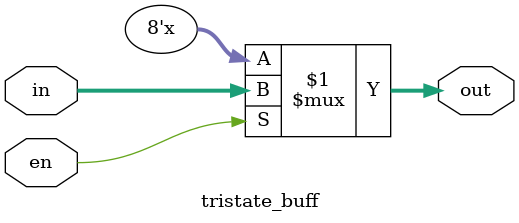
<source format=v>

/*
module tri_state_bus (
    input  [7:0] data_bus,
    input        send_en,  // 선택 신호
    output [7:0] ioa
);
    // send_data가 1이면 data_bus 출력, 그렇지 않으면 고임피던스
    assign ioa = ( ( send_en == 1'b1) ? data_bus : 8'hzz );

endmodule
*/

// Code your design here
module tristate_buff(
  input [7:0] in,
  input en,
  output [7:0] out);
  
  assign out = en ? in : 8'hzz;
endmodule
  
</source>
